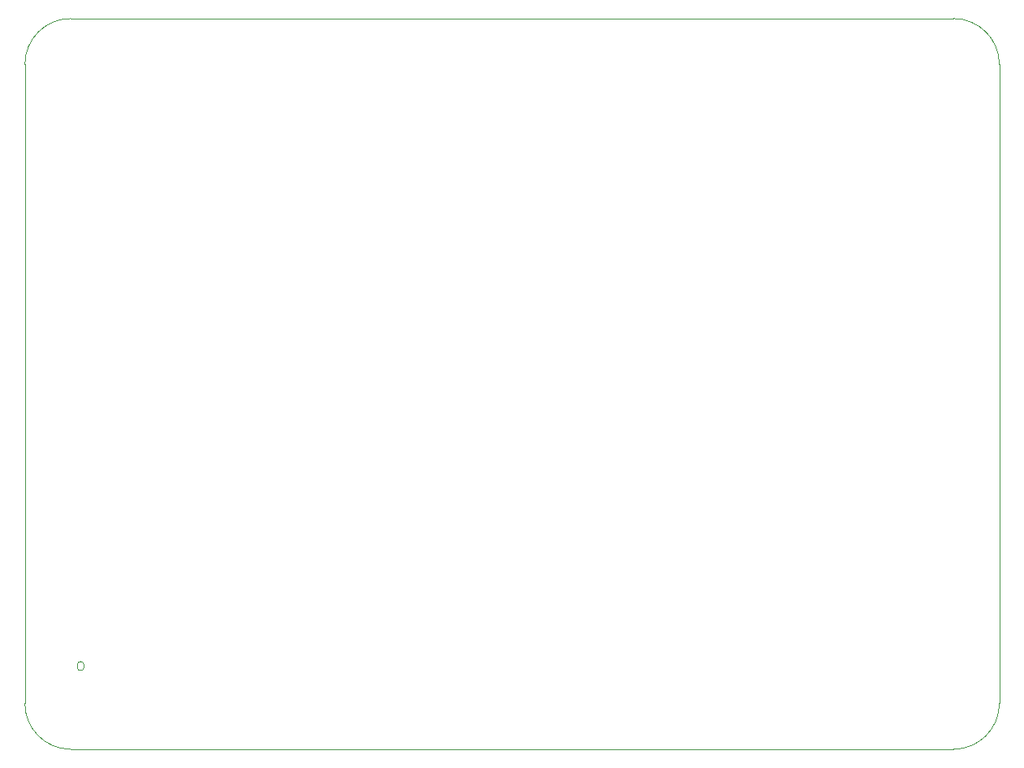
<source format=gbr>
%TF.GenerationSoftware,KiCad,Pcbnew,7.0.7*%
%TF.CreationDate,2024-11-27T13:26:37-08:00*%
%TF.ProjectId,OuterBoard_rev2.1,4f757465-7242-46f6-9172-645f72657632,rev?*%
%TF.SameCoordinates,Original*%
%TF.FileFunction,Profile,NP*%
%FSLAX46Y46*%
G04 Gerber Fmt 4.6, Leading zero omitted, Abs format (unit mm)*
G04 Created by KiCad (PCBNEW 7.0.7) date 2024-11-27 13:26:37*
%MOMM*%
%LPD*%
G01*
G04 APERTURE LIST*
%TA.AperFunction,Profile*%
%ADD10C,0.100000*%
%TD*%
%TA.AperFunction,Profile*%
%ADD11C,0.010000*%
%TD*%
G04 APERTURE END LIST*
D10*
X182727600Y-64973200D02*
G75*
G03*
X177952400Y-60198000I-4775200J0D01*
G01*
X81127600Y-64973200D02*
X81127600Y-131622800D01*
X85902800Y-60198000D02*
X177952400Y-60198000D01*
X85902800Y-136398000D02*
X177954024Y-136399624D01*
X177954024Y-136399624D02*
G75*
G03*
X182729224Y-131624424I-24J4775224D01*
G01*
X85902800Y-60198000D02*
G75*
G03*
X81127600Y-64973200I0J-4775200D01*
G01*
X81127600Y-131622800D02*
G75*
G03*
X85902800Y-136398000I4775200J0D01*
G01*
X182729224Y-131624424D02*
X182727600Y-64973200D01*
D11*
%TO.C,J42*%
X87266700Y-127577800D02*
X87266700Y-127877800D01*
X86616700Y-127577800D02*
X86616700Y-127877800D01*
X87266700Y-127577800D02*
G75*
G03*
X86616700Y-127577800I-325000J0D01*
G01*
X86616700Y-127877800D02*
G75*
G03*
X87266700Y-127877800I325000J0D01*
G01*
%TD*%
M02*

</source>
